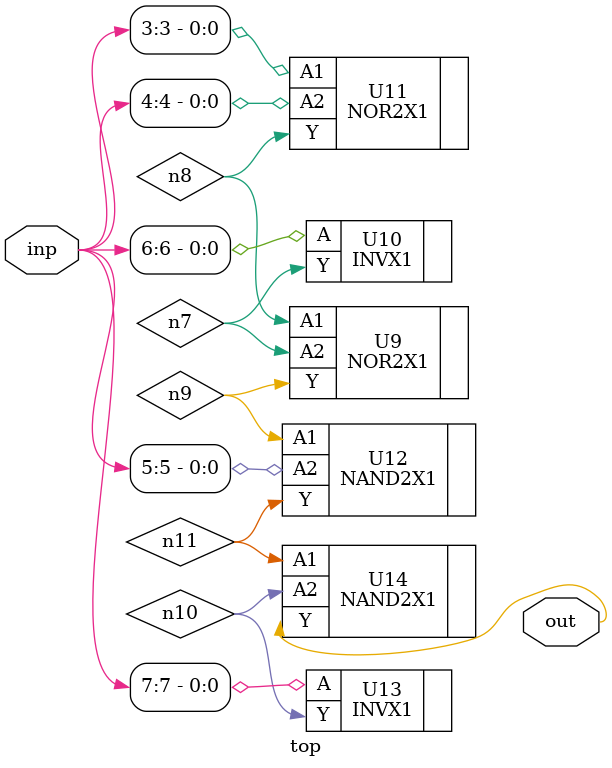
<source format=sv>


module top ( inp, out );
  input [7:0] inp;
  output out;
  wire   n7, n8, n9, n10, n11;

  NOR2X1 U9 ( .A1(n8), .A2(n7), .Y(n9) );
  INVX1 U10 ( .A(inp[6]), .Y(n7) );
  NOR2X1 U11 ( .A1(inp[3]), .A2(inp[4]), .Y(n8) );
  NAND2X1 U12 ( .A1(n9), .A2(inp[5]), .Y(n11) );
  INVX1 U13 ( .A(inp[7]), .Y(n10) );
  NAND2X1 U14 ( .A1(n11), .A2(n10), .Y(out) );
endmodule


</source>
